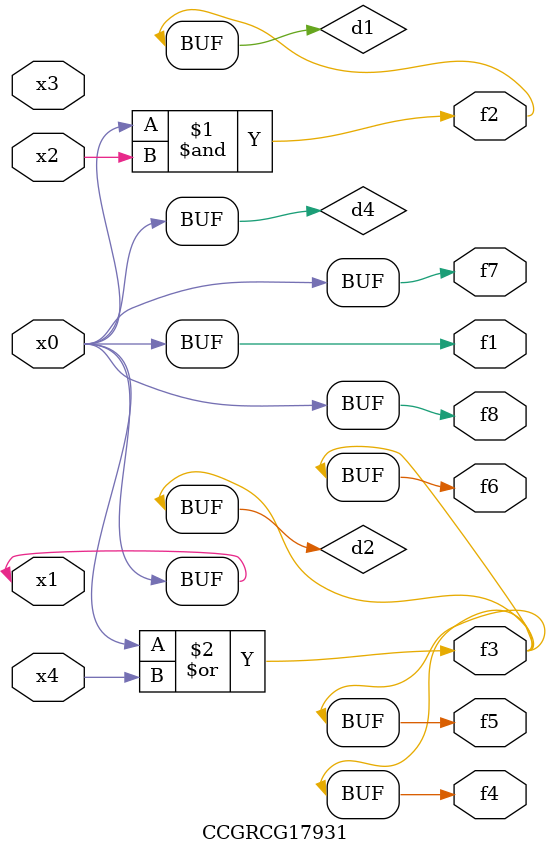
<source format=v>
module CCGRCG17931(
	input x0, x1, x2, x3, x4,
	output f1, f2, f3, f4, f5, f6, f7, f8
);

	wire d1, d2, d3, d4;

	and (d1, x0, x2);
	or (d2, x0, x4);
	nand (d3, x0, x2);
	buf (d4, x0, x1);
	assign f1 = d4;
	assign f2 = d1;
	assign f3 = d2;
	assign f4 = d2;
	assign f5 = d2;
	assign f6 = d2;
	assign f7 = d4;
	assign f8 = d4;
endmodule

</source>
